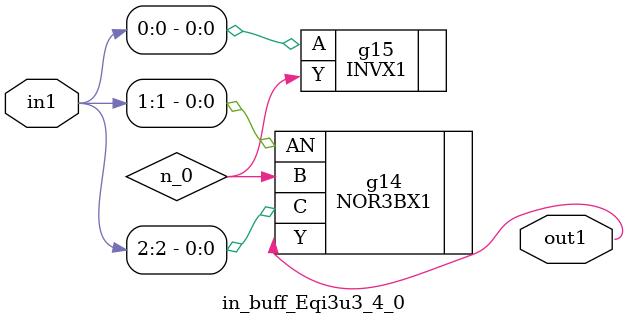
<source format=v>
`timescale 1ps / 1ps


module in_buff_Eqi3u3_4_0(in1, out1);
  input [2:0] in1;
  output out1;
  wire [2:0] in1;
  wire out1;
  wire n_0;
  NOR3BX1 g14(.AN (in1[1]), .B (n_0), .C (in1[2]), .Y (out1));
  INVX1 g15(.A (in1[0]), .Y (n_0));
endmodule



</source>
